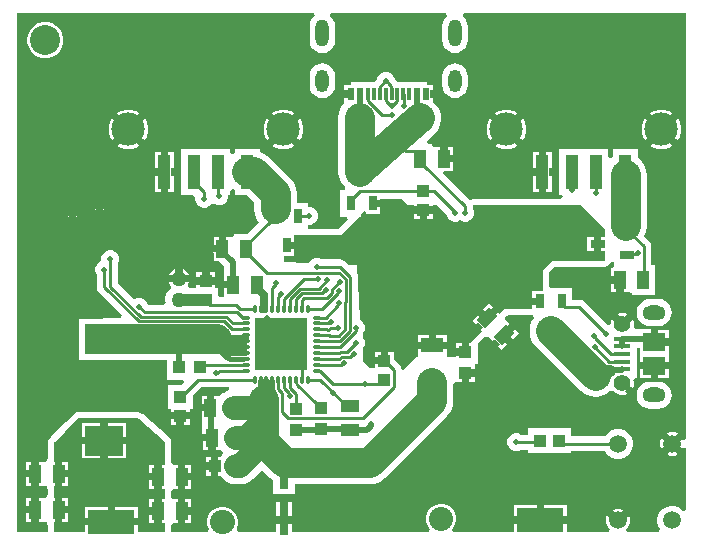
<source format=gbr>
G04*
G04 #@! TF.GenerationSoftware,Altium Limited,Altium Designer,24.3.1 (35)*
G04*
G04 Layer_Physical_Order=1*
G04 Layer_Color=255*
%FSLAX44Y44*%
%MOMM*%
G71*
G04*
G04 #@! TF.SameCoordinates,7C1B9C0E-2346-4955-A66A-820B0877C6A1*
G04*
G04*
G04 #@! TF.FilePolarity,Positive*
G04*
G01*
G75*
%ADD10C,0.5080*%
%ADD11C,0.2540*%
%ADD18R,1.9558X1.5494*%
%ADD19R,1.3970X0.4572*%
%ADD20R,1.0000X1.5500*%
%ADD21R,1.1000X1.0000*%
%ADD22R,3.2004X2.4994*%
%ADD23O,0.2800X0.8000*%
%ADD24O,0.8000X0.2800*%
%ADD25R,4.5000X4.5000*%
G04:AMPARAMS|DCode=26|XSize=1mm|YSize=1.55mm|CornerRadius=0mm|HoleSize=0mm|Usage=FLASHONLY|Rotation=315.000|XOffset=0mm|YOffset=0mm|HoleType=Round|Shape=Rectangle|*
%AMROTATEDRECTD26*
4,1,4,-0.9016,-0.1945,0.1945,0.9016,0.9016,0.1945,-0.1945,-0.9016,-0.9016,-0.1945,0.0*
%
%ADD26ROTATEDRECTD26*%

%ADD27R,1.0000X1.1000*%
%ADD28R,0.6096X1.0922*%
%ADD29R,0.3048X1.0922*%
%ADD30R,1.1176X2.8702*%
%ADD31R,1.9000X1.2000*%
%ADD32R,1.5500X1.0000*%
%ADD33R,0.7000X1.2500*%
%ADD34R,1.2500X0.7000*%
%ADD35R,0.8000X2.5000*%
%ADD54O,1.9558X1.2700*%
%ADD55C,1.3970*%
%ADD58O,1.1176X1.9050*%
%ADD59O,1.1176X2.3114*%
%ADD60C,1.4986*%
%ADD64C,2.5400*%
%ADD65C,1.0160*%
%ADD66C,0.6350*%
%ADD67C,2.0320*%
%ADD68C,0.4064*%
%ADD69C,0.3810*%
%ADD70C,0.6604*%
%ADD71C,2.5400*%
%ADD72C,2.0320*%
%ADD73C,0.6096*%
%ADD74C,2.8194*%
%ADD75R,4.0000X2.0000*%
%ADD76C,0.5080*%
%ADD77C,1.2700*%
%ADD78C,0.6604*%
%ADD79C,0.6096*%
G36*
X648764Y852048D02*
X649627Y849508D01*
X648531Y848668D01*
X646822Y846439D01*
X645747Y843844D01*
X645380Y841059D01*
Y829121D01*
X645747Y826336D01*
X646822Y823741D01*
X648531Y821513D01*
X650760Y819802D01*
X653355Y818728D01*
X656140Y818361D01*
X658925Y818728D01*
X661520Y819802D01*
X663748Y821513D01*
X665459Y823741D01*
X666533Y826336D01*
X666900Y829121D01*
Y841059D01*
X666533Y843844D01*
X665459Y846439D01*
X663748Y848668D01*
X662654Y849508D01*
X663516Y852048D01*
X761162Y852046D01*
X762024Y849506D01*
X760931Y848668D01*
X759221Y846439D01*
X758147Y843844D01*
X757780Y841059D01*
Y829121D01*
X758147Y826336D01*
X759221Y823741D01*
X760931Y821513D01*
X763160Y819802D01*
X765755Y818728D01*
X768540Y818361D01*
X771325Y818728D01*
X773920Y819802D01*
X776149Y821513D01*
X777859Y823741D01*
X778933Y826336D01*
X779300Y829121D01*
Y841059D01*
X778933Y843844D01*
X777859Y846439D01*
X776149Y848668D01*
X775056Y849506D01*
X775918Y852046D01*
X964524Y852043D01*
X964525Y661344D01*
X964525Y491349D01*
X961985Y490998D01*
X961494Y492184D01*
X959284Y489974D01*
X954794Y494464D01*
X957004Y496674D01*
X954496Y497713D01*
X950504D01*
X947996Y496674D01*
X950206Y494464D01*
X945716Y489974D01*
X943506Y492184D01*
X942467Y489676D01*
Y485684D01*
X943506Y483176D01*
X945716Y485386D01*
X950206Y480896D01*
X947996Y478686D01*
X950504Y477647D01*
X954496D01*
X957004Y478686D01*
X954794Y480896D01*
X959284Y485386D01*
X961494Y483176D01*
X961985Y484362D01*
X964525Y483857D01*
X964526Y431849D01*
X964379Y431741D01*
X961986Y430974D01*
X960220Y432740D01*
X957353Y434395D01*
X954155Y435252D01*
X950845D01*
X947647Y434395D01*
X944780Y432740D01*
X942439Y430399D01*
X940784Y427532D01*
X939927Y424334D01*
Y421024D01*
X940784Y417826D01*
X942204Y415365D01*
X941365Y412825D01*
X914427D01*
X913375Y415365D01*
X915006Y416996D01*
X916533Y420683D01*
Y424674D01*
X915494Y427183D01*
X913284Y424973D01*
X908794Y429463D01*
X911004Y431673D01*
X908496Y432712D01*
X904504D01*
X901996Y431673D01*
X904206Y429463D01*
X899716Y424973D01*
X897506Y427183D01*
X896467Y424674D01*
Y420683D01*
X897994Y416996D01*
X899625Y415365D01*
X898572Y412825D01*
X863280D01*
Y419735D01*
X860371D01*
Y426085D01*
X863280D01*
Y435450D01*
X843915D01*
Y432542D01*
X837565D01*
Y435450D01*
X818200D01*
Y426085D01*
X821109D01*
Y419735D01*
X818200D01*
Y412825D01*
X767118D01*
X766066Y415365D01*
X767083Y416382D01*
X768755Y419278D01*
X769620Y422508D01*
Y425852D01*
X768755Y429082D01*
X767083Y431978D01*
X764718Y434342D01*
X761822Y436015D01*
X758592Y436880D01*
X755248D01*
X752018Y436015D01*
X749122Y434342D01*
X746758Y431978D01*
X745086Y429082D01*
X744220Y425852D01*
Y422508D01*
X745086Y419278D01*
X746758Y416382D01*
X747774Y415365D01*
X746722Y412825D01*
X630110D01*
Y419735D01*
X627201D01*
Y426085D01*
X630110D01*
Y437950D01*
X626745D01*
Y435041D01*
X620395D01*
Y437950D01*
X617030D01*
Y426085D01*
X619939D01*
Y419735D01*
X617030D01*
Y412825D01*
X585089D01*
X583623Y415365D01*
X584110Y416210D01*
X584976Y419440D01*
Y422784D01*
X584110Y426014D01*
X582438Y428910D01*
X580074Y431275D01*
X579487Y431613D01*
X579298Y431802D01*
X576402Y433475D01*
X573172Y434340D01*
X569828D01*
X566598Y433475D01*
X563702Y431802D01*
X561338Y429438D01*
X559665Y426542D01*
X558800Y423312D01*
Y419968D01*
X559665Y416738D01*
X560458Y415365D01*
X558992Y412825D01*
X528419D01*
Y418152D01*
X529510Y420240D01*
X530960Y420240D01*
X533875D01*
Y423148D01*
X540225D01*
Y420240D01*
X544590D01*
Y427355D01*
X541681D01*
Y433705D01*
X544590D01*
Y440820D01*
X540225D01*
Y437911D01*
X533875D01*
Y440820D01*
X530960D01*
X529510Y440820D01*
X528419Y442908D01*
Y447362D01*
X529510Y449450D01*
X530960Y449450D01*
X533875D01*
Y452359D01*
X540225D01*
Y449450D01*
X544590D01*
Y456565D01*
X541681D01*
Y462915D01*
X544590D01*
Y470030D01*
X540225D01*
Y467122D01*
X533875D01*
Y470030D01*
X530960D01*
X529510Y470030D01*
X528419Y472118D01*
Y477198D01*
Y488316D01*
X528348Y488675D01*
X528352Y488695D01*
X528340Y488756D01*
X528352Y488844D01*
X528343Y488998D01*
X528273Y489267D01*
X528252Y489623D01*
X528193Y489847D01*
X528183Y489898D01*
X528124Y490041D01*
X528115Y490196D01*
X528010Y490412D01*
X527957Y490677D01*
X527898Y490819D01*
X527849Y490894D01*
X527833Y490954D01*
X527800Y490998D01*
X527789Y491051D01*
X527755Y491103D01*
X527732Y491190D01*
X527665Y491329D01*
X527502Y491544D01*
X527410Y491766D01*
X527300Y491875D01*
X527233Y492014D01*
X527202Y492056D01*
X527072Y492249D01*
X526821Y492501D01*
X526667Y492732D01*
X526558Y492841D01*
X526483Y492891D01*
X526445Y492940D01*
X526428Y492950D01*
X526207Y493243D01*
X504407Y512621D01*
X503967Y512879D01*
X503585Y513218D01*
X502945Y513593D01*
X502131Y513876D01*
X501335Y514205D01*
X500607Y514350D01*
X500097D01*
X499596Y514450D01*
X450364D01*
X449863Y514350D01*
X449353D01*
X448629Y514206D01*
X446762Y513433D01*
X446762Y513433D01*
X446148Y513023D01*
X445788Y512662D01*
X445364Y512379D01*
X443377Y510392D01*
X443377Y510392D01*
X438932Y505947D01*
X438932Y505947D01*
X434487Y501502D01*
X426152Y493166D01*
X425868Y492742D01*
X425507Y492382D01*
X425097Y491768D01*
X425097Y491768D01*
X424324Y489901D01*
X424180Y489177D01*
Y488667D01*
X424081Y488167D01*
Y475110D01*
X422830D01*
Y472956D01*
X420450Y472570D01*
X420290Y472570D01*
X416085D01*
Y469661D01*
X409735D01*
Y472570D01*
X405370D01*
Y465455D01*
X408279D01*
Y459105D01*
X405370D01*
Y451990D01*
X409735D01*
Y454898D01*
X416085D01*
Y451990D01*
X420290D01*
X420450Y451990D01*
X422830Y451604D01*
Y449450D01*
X424081D01*
Y444630D01*
X422830D01*
Y442476D01*
X420450Y442090D01*
X420290Y442090D01*
X416085D01*
Y439182D01*
X409735D01*
Y442090D01*
X405370D01*
Y434975D01*
X408279D01*
Y428625D01*
X405370D01*
Y421510D01*
X409735D01*
Y424418D01*
X416085D01*
Y421510D01*
X420290D01*
X420450Y421510D01*
X422830Y421124D01*
Y418970D01*
X424081D01*
Y412825D01*
X397474D01*
Y526351D01*
Y760168D01*
Y796130D01*
Y852046D01*
X512802D01*
X512825Y852050D01*
X648764Y852048D01*
D02*
G37*
G36*
X500325Y509125D02*
X500966Y508750D01*
X522766Y489371D01*
X522895Y489178D01*
X523004Y489069D01*
X523071Y488930D01*
X523103Y488889D01*
X523113Y488837D01*
X523172Y488695D01*
X523181Y488541D01*
X523240Y488316D01*
Y477198D01*
Y470030D01*
X520225D01*
Y467122D01*
X513875D01*
Y470030D01*
X509510D01*
Y462915D01*
X512419D01*
Y456565D01*
X509510D01*
Y449450D01*
X513875D01*
Y452359D01*
X520225D01*
Y449450D01*
X523240D01*
Y440820D01*
X520225D01*
Y437911D01*
X513875D01*
Y440820D01*
X509510D01*
Y433705D01*
X512419D01*
Y427355D01*
X509510D01*
Y420240D01*
X513875D01*
Y423148D01*
X520225D01*
Y420240D01*
X523240D01*
Y412825D01*
X500060D01*
Y418465D01*
X497151D01*
Y424815D01*
X500060D01*
Y434180D01*
X480695D01*
Y431272D01*
X474345D01*
Y434180D01*
X454980D01*
Y424815D01*
X457889D01*
Y418465D01*
X454980D01*
Y412825D01*
X429260D01*
Y421510D01*
X429735D01*
Y424418D01*
X436085D01*
Y421510D01*
X440450D01*
Y428625D01*
X437541D01*
Y434975D01*
X440450D01*
Y442090D01*
X436085D01*
Y439182D01*
X429735D01*
Y442090D01*
X429260D01*
Y451990D01*
X429735D01*
Y454898D01*
X436085D01*
Y451990D01*
X440450D01*
Y459105D01*
X437541D01*
Y465455D01*
X440450D01*
Y472570D01*
X436085D01*
Y469661D01*
X429735D01*
Y472570D01*
X429260D01*
Y488167D01*
X429404Y488890D01*
X429814Y489504D01*
X438150Y497840D01*
X442595Y502285D01*
X447040Y506730D01*
X447040Y506730D01*
X449026Y508716D01*
X449640Y509126D01*
X450364Y509270D01*
X499596D01*
X500325Y509125D01*
D02*
G37*
%LPC*%
G36*
X423646Y844550D02*
X419634D01*
X415758Y843511D01*
X412282Y841505D01*
X409445Y838668D01*
X407439Y835192D01*
X406400Y831316D01*
Y827304D01*
X407439Y823428D01*
X409445Y819952D01*
X412282Y817115D01*
X415758Y815109D01*
X419634Y814070D01*
X423646D01*
X427522Y815109D01*
X430998Y817115D01*
X433835Y819952D01*
X435841Y823428D01*
X436880Y827304D01*
Y831316D01*
X435841Y835192D01*
X433835Y838668D01*
X430998Y841505D01*
X427522Y843511D01*
X423646Y844550D01*
D02*
G37*
G36*
X768540Y809787D02*
X765755Y809420D01*
X763160Y808345D01*
X760931Y806636D01*
X759221Y804407D01*
X758147Y801812D01*
X757780Y799027D01*
Y791153D01*
X758147Y788368D01*
X759221Y785773D01*
X760931Y783544D01*
X763160Y781834D01*
X765755Y780760D01*
X768540Y780393D01*
X771325Y780760D01*
X773920Y781834D01*
X776149Y783544D01*
X777859Y785773D01*
X778933Y788368D01*
X779300Y791153D01*
Y799027D01*
X778933Y801812D01*
X777859Y804407D01*
X776149Y806636D01*
X773920Y808345D01*
X771325Y809420D01*
X768540Y809787D01*
D02*
G37*
G36*
X656140D02*
X653355Y809420D01*
X650760Y808345D01*
X648531Y806636D01*
X646822Y804407D01*
X645747Y801812D01*
X645380Y799027D01*
Y791153D01*
X645747Y788368D01*
X646822Y785773D01*
X648531Y783544D01*
X650760Y781834D01*
X653355Y780760D01*
X656140Y780393D01*
X658925Y780760D01*
X661520Y781834D01*
X663748Y783544D01*
X665459Y785773D01*
X666533Y788368D01*
X666900Y791153D01*
Y799027D01*
X666533Y801812D01*
X665459Y804407D01*
X663748Y806636D01*
X661520Y808345D01*
X658925Y809420D01*
X656140Y809787D01*
D02*
G37*
G36*
X945460Y770452D02*
X941080D01*
X936848Y769318D01*
X933938Y767638D01*
X936063Y765512D01*
X931573Y761022D01*
X929447Y763148D01*
X927767Y760237D01*
X926633Y756005D01*
Y751625D01*
X927767Y747393D01*
X929447Y744483D01*
X931573Y746609D01*
X936063Y742118D01*
X933938Y739993D01*
X936848Y738312D01*
X941080Y737178D01*
X945460D01*
X949692Y738312D01*
X952602Y739993D01*
X950477Y742118D01*
X954967Y746609D01*
X957093Y744483D01*
X958773Y747393D01*
X959907Y751625D01*
Y756005D01*
X958773Y760237D01*
X957093Y763148D01*
X954967Y761022D01*
X950477Y765512D01*
X952602Y767638D01*
X949692Y769318D01*
X945460Y770452D01*
D02*
G37*
G36*
X814060D02*
X809680D01*
X805448Y769318D01*
X802538Y767638D01*
X804663Y765512D01*
X800173Y761022D01*
X798047Y763148D01*
X796367Y760237D01*
X795233Y756005D01*
Y751625D01*
X796367Y747393D01*
X798047Y744483D01*
X800173Y746609D01*
X804663Y742118D01*
X802538Y739993D01*
X805448Y738312D01*
X809680Y737178D01*
X814060D01*
X818292Y738312D01*
X821202Y739993D01*
X819077Y742118D01*
X823567Y746609D01*
X825693Y744483D01*
X827373Y747393D01*
X828507Y751625D01*
Y756005D01*
X827373Y760237D01*
X825693Y763148D01*
X823567Y761022D01*
X819077Y765512D01*
X821202Y767638D01*
X818292Y769318D01*
X814060Y770452D01*
D02*
G37*
G36*
X625420D02*
X621040D01*
X616808Y769318D01*
X613898Y767638D01*
X616023Y765512D01*
X611533Y761022D01*
X609407Y763148D01*
X607727Y760237D01*
X606593Y756005D01*
Y751625D01*
X607727Y747393D01*
X609407Y744483D01*
X611533Y746609D01*
X616023Y742118D01*
X613898Y739993D01*
X616808Y738312D01*
X621040Y737178D01*
X625420D01*
X629652Y738312D01*
X632562Y739993D01*
X630437Y742118D01*
X634927Y746609D01*
X637053Y744483D01*
X638733Y747393D01*
X639867Y751625D01*
Y756005D01*
X638733Y760237D01*
X637053Y763148D01*
X634927Y761022D01*
X630437Y765512D01*
X632562Y767638D01*
X629652Y769318D01*
X625420Y770452D01*
D02*
G37*
G36*
X494020D02*
X489640D01*
X485408Y769318D01*
X482497Y767638D01*
X484623Y765512D01*
X480133Y761022D01*
X478007Y763148D01*
X476327Y760237D01*
X475193Y756005D01*
Y751625D01*
X476327Y747393D01*
X478007Y744483D01*
X480133Y746609D01*
X484623Y742118D01*
X482497Y739993D01*
X485408Y738312D01*
X489640Y737178D01*
X494020D01*
X498252Y738312D01*
X501162Y739993D01*
X499037Y742118D01*
X503527Y746609D01*
X505653Y744483D01*
X507333Y747393D01*
X508467Y751625D01*
Y756005D01*
X507333Y760237D01*
X505653Y763148D01*
X503527Y761022D01*
X499037Y765512D01*
X501162Y767638D01*
X498252Y769318D01*
X494020Y770452D01*
D02*
G37*
G36*
X850698Y734706D02*
X845745D01*
Y731798D01*
X839395D01*
Y734706D01*
X834442D01*
Y720990D01*
X837350D01*
Y714640D01*
X834442D01*
Y700924D01*
X839395D01*
Y703833D01*
X845745D01*
Y700924D01*
X850698D01*
Y714640D01*
X847790D01*
Y720990D01*
X850698D01*
Y734706D01*
D02*
G37*
G36*
X530658D02*
X525705D01*
Y731798D01*
X519355D01*
Y734706D01*
X514402D01*
Y720990D01*
X517310D01*
Y714640D01*
X514402D01*
Y700924D01*
X519355D01*
Y703833D01*
X525705D01*
Y700924D01*
X530658D01*
Y714640D01*
X527749D01*
Y720990D01*
X530658D01*
Y734706D01*
D02*
G37*
G36*
X470535Y693619D02*
Y692785D01*
X471369D01*
X470535Y693619D01*
D02*
G37*
G36*
X464185D02*
X463351Y692785D01*
X464185D01*
Y693619D01*
D02*
G37*
G36*
X447675Y687269D02*
Y686435D01*
X448509D01*
X447675Y687269D01*
D02*
G37*
G36*
X441325D02*
X440491Y686435D01*
X441325D01*
Y687269D01*
D02*
G37*
G36*
X471369Y686435D02*
X470535D01*
Y685601D01*
X471369Y686435D01*
D02*
G37*
G36*
X464185D02*
X463351D01*
X464185Y685601D01*
Y686435D01*
D02*
G37*
G36*
X448509Y680085D02*
X447675D01*
Y679251D01*
X448509Y680085D01*
D02*
G37*
G36*
X441325D02*
X440491D01*
X441325Y679251D01*
Y680085D01*
D02*
G37*
G36*
X711446Y802640D02*
X708414D01*
X705614Y801480D01*
X703470Y799336D01*
X702325Y796571D01*
X700516Y794762D01*
X700094Y794131D01*
X680212D01*
Y791591D01*
X674752D01*
Y786765D01*
X677661D01*
Y780415D01*
X674752D01*
Y775709D01*
X672266Y772470D01*
X670475Y768145D01*
X669864Y763503D01*
Y717890D01*
X670475Y713248D01*
X672266Y708923D01*
X675116Y705209D01*
X675372Y704953D01*
X675029Y702809D01*
X674894Y702413D01*
X671530D01*
Y679753D01*
X676730D01*
X677701Y677406D01*
X669685Y669389D01*
X644190D01*
Y672998D01*
X646574D01*
X649375Y674158D01*
X651518Y676302D01*
X652678Y679103D01*
Y682134D01*
X651518Y684935D01*
X649375Y687078D01*
X646574Y688238D01*
X644190D01*
Y691847D01*
X634544D01*
Y699196D01*
X633933Y703837D01*
X632141Y708163D01*
X629291Y711877D01*
X629291Y711877D01*
X610672Y730496D01*
X606958Y733346D01*
X603198Y734903D01*
Y737246D01*
X581862D01*
Y733411D01*
X580738Y732651D01*
X578198Y733999D01*
Y737246D01*
X536862D01*
Y698384D01*
X546581D01*
X548640Y696718D01*
Y693686D01*
X549800Y690886D01*
X551944Y688742D01*
X554744Y687582D01*
X557776D01*
X560576Y688742D01*
X562720Y690886D01*
X565308Y690495D01*
X567444Y689610D01*
X570476D01*
X573276Y690770D01*
X575420Y692914D01*
X576580Y695714D01*
Y698384D01*
X578198D01*
Y701631D01*
X580738Y702980D01*
X581862Y702219D01*
Y698384D01*
X592060D01*
X598677Y691768D01*
Y686410D01*
X599288Y681768D01*
X601080Y677443D01*
X602528Y675555D01*
X592584Y665610D01*
X581580D01*
Y663456D01*
X579200Y663070D01*
Y663070D01*
X574835D01*
Y660162D01*
X568485D01*
Y663070D01*
X564120D01*
Y655955D01*
X567029D01*
Y649605D01*
X563975D01*
X564120Y648877D01*
Y642490D01*
X568213D01*
X572781Y637922D01*
Y625475D01*
X575919D01*
Y619125D01*
X573010D01*
Y612213D01*
X570477Y611992D01*
X568110Y612328D01*
Y619300D01*
X565570D01*
Y622044D01*
X562662D01*
Y628394D01*
X565570D01*
Y632759D01*
X560705D01*
Y629851D01*
X554355D01*
Y632759D01*
X549490D01*
Y628394D01*
X552398D01*
Y622044D01*
X549490D01*
Y619659D01*
X543114D01*
X542062Y622199D01*
X542207Y622344D01*
X542977Y624205D01*
X526363D01*
X527133Y622344D01*
X528129Y621349D01*
X527797Y618830D01*
X527652Y618746D01*
X525524Y616618D01*
X524019Y614012D01*
X523240Y611105D01*
Y608095D01*
X523420Y607421D01*
X521874Y605406D01*
X508583D01*
X507589Y607804D01*
X505446Y609947D01*
X502645Y611107D01*
X499614D01*
X496813Y609947D01*
X496727Y609862D01*
X483237Y623353D01*
Y639609D01*
X484382Y642374D01*
Y645406D01*
X483222Y648206D01*
X481078Y650350D01*
X478278Y651510D01*
X475246D01*
X472446Y650350D01*
X470302Y648206D01*
X469142Y645406D01*
Y642374D01*
X469205Y642222D01*
X467366Y641460D01*
X465222Y639316D01*
X464062Y636516D01*
Y633484D01*
X465208Y630719D01*
Y620363D01*
X465701Y617885D01*
X467104Y615784D01*
X486536Y596352D01*
X485564Y594005D01*
X471170D01*
X468461Y593649D01*
X450088D01*
Y558495D01*
X468461D01*
X471170Y558139D01*
X524480D01*
Y541870D01*
X538356D01*
X539328Y539523D01*
X537314Y537509D01*
X525310D01*
Y517349D01*
X527850D01*
Y514605D01*
X530759D01*
Y508255D01*
X527850D01*
Y503890D01*
X532715D01*
Y506799D01*
X539065D01*
Y503890D01*
X543930D01*
Y508255D01*
X541022D01*
Y514605D01*
X543930D01*
Y517349D01*
X546470D01*
Y528353D01*
X553623Y535506D01*
X577155D01*
X577522Y533008D01*
X573814Y531472D01*
X573186Y530990D01*
X571420D01*
Y529635D01*
X571169Y529442D01*
X569040Y528450D01*
X564675D01*
Y525541D01*
X558325D01*
Y528450D01*
X553960D01*
Y521335D01*
X556869D01*
Y514985D01*
X553960D01*
Y507870D01*
X554366D01*
Y495935D01*
X558139D01*
Y489585D01*
X555230D01*
Y482470D01*
X559595D01*
Y485378D01*
X565945D01*
Y482470D01*
X570310D01*
X571590Y481874D01*
X572103Y479410D01*
X570000Y476670D01*
X568215D01*
Y473761D01*
X561865D01*
Y476670D01*
X557500D01*
Y471805D01*
X560409D01*
Y465455D01*
X557500D01*
Y460590D01*
X561865D01*
Y463498D01*
X568215D01*
Y460590D01*
X570000D01*
X572171Y457761D01*
X575354Y455318D01*
X579062Y453782D01*
X583040Y453259D01*
X586740D01*
X590718Y453782D01*
X594426Y455318D01*
X597609Y457761D01*
X605248Y465400D01*
X612159Y458489D01*
X612159Y458489D01*
X614490Y456701D01*
Y444700D01*
X632650D01*
Y453237D01*
X696449D01*
X701090Y453848D01*
X705415Y455639D01*
X709129Y458489D01*
X761981Y511340D01*
X764831Y515055D01*
X766622Y519380D01*
X767233Y524021D01*
X767233Y524022D01*
Y538446D01*
X768739Y539506D01*
X769685Y539830D01*
X774065D01*
Y542738D01*
X780415D01*
Y539830D01*
X785280D01*
Y544195D01*
X782372D01*
Y550545D01*
X785280D01*
Y552750D01*
X785280Y554910D01*
X787663Y555290D01*
X787820D01*
Y572215D01*
X793420Y577815D01*
X793624Y577611D01*
X795147Y579134D01*
X797103Y577724D01*
X797216Y577611D01*
X800190Y574638D01*
X802246Y576694D01*
X806737Y572204D01*
X804680Y570148D01*
X807766Y567061D01*
X812798Y572092D01*
X810741Y574149D01*
X815231Y578639D01*
X817288Y576582D01*
X822319Y581614D01*
X819232Y584700D01*
X817176Y582643D01*
X812685Y587133D01*
X814742Y589190D01*
X811769Y592164D01*
X811656Y592277D01*
X810757Y593524D01*
X812033Y595887D01*
X813876Y596800D01*
X831550D01*
Y596797D01*
X834502D01*
X835754Y594257D01*
X834099Y592100D01*
X832308Y587775D01*
X831697Y583133D01*
X832308Y578492D01*
X834099Y574166D01*
X836949Y570452D01*
X858006Y549396D01*
X874833Y532569D01*
X878547Y529719D01*
X882872Y527927D01*
X887514Y527316D01*
X892155Y527927D01*
X896480Y529719D01*
X899871Y532320D01*
X900402Y532551D01*
X903199Y532311D01*
X904865Y530645D01*
X908365Y529195D01*
X912155D01*
X914375Y530115D01*
X912154Y532336D01*
X916644Y536826D01*
X918865Y534605D01*
X919785Y536825D01*
Y540615D01*
X919525Y541242D01*
X920936Y543354D01*
X922325D01*
Y549854D01*
Y556354D01*
Y568951D01*
X924941D01*
Y563433D01*
Y556895D01*
X927850D01*
Y550545D01*
X924941D01*
Y543433D01*
X934085D01*
Y546342D01*
X940435D01*
Y543433D01*
X949579D01*
Y550545D01*
X946671D01*
Y556895D01*
X949579D01*
Y563433D01*
Y570545D01*
X946671D01*
Y576895D01*
X949579D01*
Y584007D01*
X940435D01*
Y581099D01*
X934085D01*
Y584489D01*
X921103D01*
X919692Y586601D01*
X919785Y586825D01*
Y590615D01*
X918865Y592835D01*
X916644Y590614D01*
X912154Y595104D01*
X914375Y597325D01*
X912155Y598245D01*
X908365D01*
X906145Y597325D01*
X908366Y595104D01*
X903876Y590614D01*
X901655Y592835D01*
X900735Y590615D01*
Y589219D01*
X898623Y587808D01*
X898171Y587995D01*
X878441Y607725D01*
X876341Y609128D01*
X873863Y609621D01*
X867710D01*
Y619457D01*
X850550D01*
X848459Y620543D01*
Y632855D01*
X853045Y637440D01*
X895350D01*
X897332Y637835D01*
X899013Y638957D01*
X900135Y640638D01*
X900327Y641601D01*
X902867Y641350D01*
Y638940D01*
X902867Y638510D01*
X901830Y636400D01*
X900510D01*
Y629285D01*
X903419D01*
Y622935D01*
X900510D01*
Y615820D01*
X904875D01*
Y618728D01*
X911225D01*
Y615820D01*
X915430D01*
X915590Y615820D01*
X917970Y615434D01*
Y613280D01*
X938130D01*
Y638940D01*
X934844D01*
Y654667D01*
X934352Y657144D01*
X932948Y659245D01*
X928857Y663336D01*
X930452Y667188D01*
X931063Y671830D01*
Y715010D01*
X930452Y719651D01*
X928661Y723977D01*
X925811Y727691D01*
X923238Y729665D01*
Y737246D01*
X901902D01*
Y730027D01*
X900778Y729147D01*
X898238Y730384D01*
Y737246D01*
X856902D01*
Y698384D01*
X859096D01*
X859795Y697329D01*
X858430Y694790D01*
X783913D01*
X783661Y694739D01*
X783405Y694765D01*
X782677Y694544D01*
X781931Y694395D01*
X781717Y694252D01*
X781471Y694178D01*
X780942Y693744D01*
X758343Y716343D01*
X759315Y718690D01*
X766840D01*
Y725805D01*
X763931D01*
Y732155D01*
X766840D01*
Y739270D01*
X762475D01*
Y736361D01*
X756125D01*
Y739270D01*
X751760D01*
Y739270D01*
X749380Y739656D01*
Y741810D01*
X745661D01*
X744771Y744189D01*
X750919Y749544D01*
X754017Y753053D01*
X756102Y757245D01*
X757031Y761833D01*
X756741Y766506D01*
X755251Y770944D01*
X752663Y774845D01*
X749928Y777260D01*
Y780415D01*
X747020D01*
Y786765D01*
X749928D01*
Y791591D01*
X744468D01*
Y794131D01*
X719706D01*
X719164Y794942D01*
X717535Y796571D01*
X716390Y799336D01*
X714246Y801480D01*
X711446Y802640D01*
D02*
G37*
G36*
X537845Y635687D02*
Y630555D01*
X542977D01*
X542207Y632416D01*
X539706Y634917D01*
X537845Y635687D01*
D02*
G37*
G36*
X531495D02*
X529634Y634917D01*
X527133Y632416D01*
X526363Y630555D01*
X531495D01*
Y635687D01*
D02*
G37*
G36*
X940689Y610249D02*
X933831D01*
X930847Y609856D01*
X928067Y608704D01*
X925679Y606872D01*
X923847Y604484D01*
X922695Y601704D01*
X922302Y598720D01*
X922695Y595736D01*
X923847Y592956D01*
X925679Y590568D01*
X928067Y588736D01*
X930847Y587584D01*
X933831Y587191D01*
X940689D01*
X943673Y587584D01*
X946453Y588736D01*
X948841Y590568D01*
X950673Y592956D01*
X951825Y595736D01*
X952218Y598720D01*
X951825Y601704D01*
X950673Y604484D01*
X948841Y606872D01*
X946453Y608704D01*
X943673Y609856D01*
X940689Y610249D01*
D02*
G37*
G36*
Y540249D02*
X933831D01*
X930847Y539856D01*
X928067Y538704D01*
X925679Y536872D01*
X923847Y534484D01*
X922695Y531704D01*
X922302Y528720D01*
X922695Y525736D01*
X923847Y522956D01*
X925679Y520568D01*
X928067Y518736D01*
X930847Y517584D01*
X933831Y517191D01*
X940689D01*
X943673Y517584D01*
X946453Y518736D01*
X948841Y520568D01*
X950673Y522956D01*
X951825Y525736D01*
X952218Y528720D01*
X951825Y531704D01*
X950673Y534484D01*
X948841Y536872D01*
X946453Y538704D01*
X943673Y539856D01*
X940689Y540249D01*
D02*
G37*
G36*
X866440Y500800D02*
X830281D01*
Y495424D01*
X824701D01*
X821936Y496570D01*
X818904D01*
X816104Y495410D01*
X813960Y493266D01*
X812800Y490466D01*
Y487434D01*
X813960Y484634D01*
X816104Y482490D01*
X818904Y481330D01*
X821936D01*
X824701Y482476D01*
X830281D01*
Y479640D01*
X866440D01*
Y481206D01*
X895720D01*
X896439Y479960D01*
X898780Y477619D01*
X901647Y475964D01*
X904845Y475107D01*
X908155D01*
X911353Y475964D01*
X914220Y477619D01*
X916561Y479960D01*
X918216Y482827D01*
X919073Y486025D01*
Y489335D01*
X918216Y492533D01*
X916561Y495400D01*
X914220Y497741D01*
X911353Y499396D01*
X908155Y500253D01*
X904845D01*
X901647Y499396D01*
X898780Y497741D01*
X896439Y495400D01*
X895720Y494154D01*
X866440D01*
Y500800D01*
D02*
G37*
%LPD*%
G36*
X728980Y689610D02*
X733640D01*
Y688595D01*
X736548D01*
Y682245D01*
X733640D01*
Y677880D01*
X738505D01*
Y680789D01*
X744855D01*
Y677880D01*
X749720D01*
Y682245D01*
X746812D01*
Y688595D01*
X749720D01*
Y689610D01*
X753643D01*
X761240Y682013D01*
Y681744D01*
X762400Y678944D01*
X764543Y676800D01*
X767344Y675640D01*
X770375D01*
X773050Y676748D01*
X775724Y675640D01*
X778756D01*
X781556Y676800D01*
X783700Y678944D01*
X784860Y681744D01*
Y684776D01*
X783700Y687576D01*
X783558Y687718D01*
X783612Y689103D01*
X784181Y689587D01*
X784256Y689610D01*
X875030D01*
X895350Y669290D01*
Y662630D01*
X892378D01*
Y659722D01*
X886028D01*
Y662630D01*
X880413D01*
Y650550D01*
X886028D01*
Y653458D01*
X892378D01*
Y650550D01*
X895350D01*
Y642860D01*
X895287Y642709D01*
X894840Y642620D01*
X850900D01*
X843280Y635000D01*
Y620543D01*
Y616917D01*
X834090D01*
Y611302D01*
X836999D01*
Y604952D01*
X834090D01*
Y601980D01*
X810260D01*
X806106Y597826D01*
X805090Y598842D01*
X803034Y596786D01*
X798543Y601276D01*
X800600Y603332D01*
X797514Y606419D01*
X792482Y601388D01*
X794539Y599331D01*
X790049Y594841D01*
X787992Y596898D01*
X782961Y591866D01*
X786048Y588780D01*
X788104Y590837D01*
X792595Y586347D01*
X790538Y584290D01*
X791554Y583274D01*
X781190Y572910D01*
X780415D01*
Y570001D01*
X774065D01*
Y572910D01*
X769200D01*
Y568545D01*
X772109D01*
Y562195D01*
X769200D01*
Y561340D01*
X761727D01*
X761340Y562450D01*
X761340Y562610D01*
Y567815D01*
X758431D01*
Y574165D01*
X761340D01*
Y579530D01*
X752475D01*
Y576621D01*
X746125D01*
Y579530D01*
X737260D01*
Y574165D01*
X740169D01*
Y567815D01*
X737260D01*
Y562610D01*
X737260Y562450D01*
X736873Y561340D01*
X735330D01*
X724420Y550430D01*
X724271Y550423D01*
X723073Y550879D01*
X722682Y552847D01*
X721278Y554948D01*
X716700Y559526D01*
Y565450D01*
X711835D01*
Y562541D01*
X705485D01*
Y565450D01*
X700620D01*
Y561085D01*
X703529D01*
Y554735D01*
X700620D01*
Y551991D01*
X698080D01*
Y551989D01*
X696907Y551503D01*
X690880Y557530D01*
Y568471D01*
X691025Y568617D01*
X692185Y571417D01*
Y574449D01*
X691025Y577249D01*
X690880Y577394D01*
Y581044D01*
X690990Y581154D01*
X692150Y583954D01*
Y586986D01*
X690990Y589786D01*
X690880Y589896D01*
Y590550D01*
X688340Y593090D01*
X685729Y638787D01*
X678359Y639088D01*
X675328Y642118D01*
X673228Y643522D01*
X670750Y644014D01*
X655791D01*
X653026Y645160D01*
X649994D01*
X647194Y644000D01*
X645050Y641856D01*
X644476Y640471D01*
X623570Y641324D01*
Y646733D01*
X632150D01*
Y652348D01*
X629241D01*
Y658698D01*
X632150D01*
Y664210D01*
X671830D01*
X687373Y679753D01*
X688690D01*
Y681070D01*
X691896Y684276D01*
X693070Y683790D01*
Y682293D01*
X705150D01*
Y687908D01*
X702241D01*
Y694258D01*
X705150D01*
Y694945D01*
X723645D01*
X728980Y689610D01*
D02*
G37*
%LPC*%
G36*
X489712Y505257D02*
X474345D01*
Y502348D01*
X467995D01*
Y505257D01*
X452628D01*
Y493395D01*
X455536D01*
Y487045D01*
X452628D01*
Y475183D01*
X467995D01*
Y478092D01*
X474345D01*
Y475183D01*
X489712D01*
Y487045D01*
X486804D01*
Y493395D01*
X489712D01*
Y505257D01*
D02*
G37*
%LPD*%
D10*
X697230Y502246D02*
Y504190D01*
X679450Y499270D02*
X694254D01*
X697230Y502246D01*
X566928Y576072D02*
X570337Y579481D01*
X562135Y493395D02*
Y517525D01*
X561500Y518160D02*
X562135Y517525D01*
Y493395D02*
X562770Y492760D01*
X571660Y650030D02*
X580550Y641140D01*
Y622300D02*
Y641140D01*
X571660Y650030D02*
Y652780D01*
X655820Y499770D02*
X678950D01*
X679450Y499270D01*
X655320Y500270D02*
X655820Y499770D01*
X633730Y499000D02*
X634365Y499635D01*
X654685D01*
X655320Y500270D01*
X613681Y531799D02*
X614015Y531465D01*
X910260Y576720D02*
X934260D01*
X937260Y573720D01*
X910260Y570220D02*
Y576720D01*
X566928Y569722D02*
X576580Y560070D01*
X578521Y564479D02*
X591391D01*
X566928Y569722D02*
Y576072D01*
X578521Y564479D01*
X910006Y550466D02*
X910260Y550720D01*
X900064Y548274D02*
X902256Y550466D01*
X687797Y763503D02*
X688340Y764046D01*
X902256Y550466D02*
X910006D01*
X608891Y526341D02*
Y541980D01*
X607060Y524510D02*
X608891Y526341D01*
X604652Y527680D02*
Y540520D01*
X688340Y764046D02*
Y783590D01*
X736340Y770630D02*
Y783590D01*
X613681Y531799D02*
Y540520D01*
X534560Y552450D02*
Y567292D01*
X525780Y576072D02*
X534560Y567292D01*
X579039Y569481D02*
X591391D01*
X574040Y574479D02*
X591391D01*
X574040D02*
X579039Y569481D01*
D11*
X621391Y571980D02*
X638891Y554479D01*
X628221Y565150D02*
X633730D01*
X626110Y572770D02*
X633730Y565150D01*
X621391Y571980D02*
X628221Y565150D01*
X741680Y701419D02*
X750990D01*
X740743Y724787D02*
X776754Y688776D01*
Y683746D02*
Y688776D01*
X750990Y701419D02*
X768860Y683549D01*
Y683260D02*
Y683549D01*
X687696Y701419D02*
X741680D01*
X776754Y683746D02*
X777240Y683260D01*
X675894Y607527D02*
Y627008D01*
X675640Y607273D02*
X675894Y607527D01*
X679704Y605949D02*
Y628586D01*
X670442Y632460D02*
X675894Y627008D01*
X679450Y583058D02*
Y605695D01*
X670872Y574479D02*
X679450Y583058D01*
X675640Y584636D02*
Y607273D01*
X679450Y605695D02*
X679704Y605949D01*
X670750Y637540D02*
X679704Y628586D01*
X670124Y579120D02*
X675640Y584636D01*
X679443Y560751D02*
X682573Y563880D01*
X672266Y560751D02*
X679443D01*
X677303Y565671D02*
X684565Y572933D01*
X670606Y564479D02*
X671798Y565671D01*
X661670Y584200D02*
X662940Y585470D01*
X669290D01*
X668804Y604617D02*
X670560Y606373D01*
X668804Y614576D02*
Y614777D01*
X651391Y589481D02*
X661940D01*
X618891Y601980D02*
Y612155D01*
X673683Y555671D02*
X674370D01*
X656208Y601980D02*
X668804Y614576D01*
X659201Y594479D02*
X668804Y604083D01*
X651391Y559481D02*
X670996D01*
X609230Y632460D02*
X670442D01*
X658443Y617474D02*
X659130D01*
X655903Y614934D02*
X658443Y617474D01*
X672491Y554479D02*
X673683Y555671D01*
X613890Y601980D02*
Y619553D01*
X651391Y554479D02*
X672491D01*
X671798Y565671D02*
X677303D01*
X625081Y611991D02*
X640471Y627380D01*
X638891Y541980D02*
Y554479D01*
X653034Y618744D02*
X660400Y626110D01*
X620849Y614113D02*
Y614800D01*
X660374Y584200D02*
X661670D01*
X618891Y612155D02*
X620849Y614113D01*
X651391Y564479D02*
X670606D01*
X663035Y590575D02*
X663722D01*
X668804Y614777D02*
X670560Y616533D01*
X670996Y559481D02*
X672266Y560751D01*
X617220Y622883D02*
Y623570D01*
X670560Y606373D02*
Y607060D01*
X591660Y650030D02*
X609230Y632460D01*
X664210Y618300D02*
X670814Y624904D01*
X682573Y563880D02*
X683260D01*
X638801Y614934D02*
X655903D01*
X613890Y619553D02*
X617220Y622883D01*
X640471Y627380D02*
X652780D01*
X621030Y572770D02*
Y575310D01*
X651510Y637540D02*
X670750D01*
X661940Y589481D02*
X663035Y590575D01*
X668804Y604083D02*
Y604617D01*
X670560Y616533D02*
Y617220D01*
X912766Y668320D02*
X913574Y667512D01*
X928370Y627540D02*
X931070Y624840D01*
X633890Y539310D02*
Y541980D01*
X651391Y549481D02*
X651476Y549396D01*
X664991Y538480D02*
X690977D01*
X693323D02*
X705229D01*
X651476Y549396D02*
X654075D01*
X471682Y620363D02*
Y635000D01*
X502311Y595122D02*
X574819D01*
X501130Y603488D02*
X505685Y598932D01*
X476762Y620671D02*
Y643890D01*
X505685Y598932D02*
X584338D01*
X557530Y609220D02*
X561260Y605490D01*
X583168D02*
X586678Y601980D01*
X573241Y591312D02*
X580073Y584479D01*
X591391D01*
X476762Y620671D02*
X502311Y595122D01*
X586678Y601980D02*
X598891D01*
X584338Y598932D02*
X588791Y594479D01*
X471682Y620363D02*
X500733Y591312D01*
X574819Y595122D02*
X580460Y589481D01*
X500733Y591312D02*
X573241D01*
X580460Y589481D02*
X591391D01*
X611667Y675537D02*
X614380D01*
X625081Y611547D02*
Y611991D01*
X623890Y610356D02*
X625081Y611547D01*
X623890Y601980D02*
Y610356D01*
X727185Y735460D02*
X735570D01*
X887570Y720355D02*
X887730Y720195D01*
Y699770D02*
Y720195D01*
X867410Y702056D02*
Y720195D01*
X886946Y577364D02*
Y578634D01*
X873863Y603147D02*
X896620Y580390D01*
X861360Y603147D02*
X873863D01*
X591660Y655530D02*
X611667Y675537D01*
X651391Y579481D02*
X661937D01*
X651391Y584479D02*
X660094D01*
X615039Y684838D02*
X616610Y686410D01*
X661937Y579481D02*
X662298Y579120D01*
X660094Y584479D02*
X660374Y584200D01*
X555774Y695688D02*
X556260Y695202D01*
X548090Y708492D02*
X555774Y700808D01*
Y695688D02*
Y700808D01*
X623890Y534621D02*
X628164Y530347D01*
Y528171D02*
Y530347D01*
Y528171D02*
X628650Y527685D01*
X628891Y610412D02*
X637223Y618744D01*
X664210Y615370D02*
Y618300D01*
X643890Y601980D02*
X656208D01*
X640379Y611124D02*
X659964D01*
X725005Y773595D02*
X725170Y773430D01*
X724840Y783590D02*
X725005Y783425D01*
Y773595D02*
Y783425D01*
X695094Y777759D02*
Y783311D01*
X566420Y547370D02*
X567107D01*
X717995Y744650D02*
X727185Y735460D01*
X535890Y527429D02*
X536390D01*
X550941Y541980D02*
X598891D01*
X536390Y527429D02*
X550941Y541980D01*
X709160Y557910D02*
X716700Y550370D01*
X628941Y534958D02*
Y541930D01*
X633730Y517000D02*
Y530169D01*
X635610Y680517D02*
X635711Y680618D01*
X690301Y509460D02*
X716700Y535859D01*
X622300Y514338D02*
X627178Y509460D01*
X708660Y557910D02*
X709160D01*
X716700Y535859D02*
Y550370D01*
X622300Y514338D02*
Y530823D01*
X627178Y509460D02*
X690301D01*
X618891Y534231D02*
X622300Y530823D01*
X618891Y534231D02*
Y541980D01*
X623890Y534621D02*
Y541980D01*
X680110Y691083D02*
Y693833D01*
X651391Y594479D02*
X659201D01*
X591660Y650030D02*
Y655530D01*
X615039Y676195D02*
Y684838D01*
X633890Y601980D02*
Y610023D01*
X638801Y614934D01*
X638891Y609636D02*
X640379Y611124D01*
X637223Y618744D02*
X653034D01*
X638891Y601980D02*
Y609636D01*
X628891Y601980D02*
Y610412D01*
X554590Y553971D02*
X591391Y554479D01*
X552560Y552450D02*
X554590Y554479D01*
X588791Y594479D02*
X591391D01*
X886946Y577364D02*
X900590Y563720D01*
X886806Y569306D02*
X898892Y557220D01*
X910260D01*
X886460Y579120D02*
X886946Y578634D01*
X651391Y574479D02*
X670872D01*
X614380Y675537D02*
X615039Y676195D01*
X662298Y579120D02*
X670124D01*
X684530Y582749D02*
Y585470D01*
X651391Y569481D02*
X671261D01*
X659964Y611124D02*
X664210Y615370D01*
X671261Y569481D02*
X684530Y582749D01*
X735570Y735460D02*
X740743Y730287D01*
Y724787D02*
Y730287D01*
X714423Y773430D02*
X715257D01*
X710094Y777759D02*
Y783336D01*
X715257Y773430D02*
X719586Y777759D01*
X710094Y777759D02*
X714423Y773430D01*
X719586Y777759D02*
Y783336D01*
X695094Y777759D02*
X707043Y765810D01*
X694827Y783577D02*
X695094Y783311D01*
X707043Y765810D02*
X715010D01*
X654075Y549396D02*
X664991Y538480D01*
X653990Y541980D02*
X676700Y519270D01*
X690977Y538480D02*
X692150Y539653D01*
X643890Y541980D02*
X653990D01*
X676700Y519270D02*
X679450D01*
X692150Y539653D02*
X693323Y538480D01*
X859130Y605377D02*
Y608127D01*
Y605377D02*
X861360Y603147D01*
X900590Y563720D02*
X910260D01*
X864870Y556260D02*
X870687Y562077D01*
X856360Y490220D02*
X858900Y487680D01*
X906500D01*
X705229Y538480D02*
X708660Y541911D01*
X680110Y693833D02*
X687696Y701419D01*
X719586Y783336D02*
X719840Y783590D01*
X709840D02*
X710094Y783336D01*
X915590Y648484D02*
X922804D01*
X914197Y647090D02*
X915590Y648484D01*
X922804D02*
X923290Y648970D01*
X916947Y666090D02*
X928370Y654667D01*
X912766Y668320D02*
Y670270D01*
X913574Y667512D02*
X915525D01*
X910024D02*
X914197D01*
X907266Y670270D02*
Y671830D01*
X914197Y665683D02*
Y667512D01*
X907266Y671830D02*
X913130D01*
X914197Y666090D02*
X916947D01*
X907266Y670270D02*
X910024Y667512D01*
X928370Y627540D02*
Y654667D01*
X635711Y680618D02*
X645058D01*
X714586Y783844D02*
Y790364D01*
X711778Y793171D02*
X714586Y790364D01*
Y783844D02*
X714840Y783590D01*
X705094Y790184D02*
X709930Y795020D01*
X705094Y783844D02*
Y790184D01*
X704840Y783590D02*
X705094Y783844D01*
X820420Y488950D02*
X839091D01*
X840361Y490220D01*
X567690Y699187D02*
Y728580D01*
Y699187D02*
X568960Y697917D01*
Y697230D02*
Y697917D01*
X567107Y547370D02*
X569218Y549481D01*
X591391D01*
X561260Y605490D02*
X583168D01*
X628941Y534958D02*
X633730Y530169D01*
X628891Y541980D02*
X628941Y541930D01*
X633890Y539310D02*
X634951Y538249D01*
X650700Y522000D02*
X651090D01*
X634951Y537748D02*
X650700Y522000D01*
X634951Y537748D02*
Y538249D01*
X651090Y522000D02*
X651510Y521580D01*
Y519540D02*
Y521580D01*
D18*
X937260Y573720D02*
D03*
Y553720D02*
D03*
D19*
X910260Y576720D02*
D03*
Y570220D02*
D03*
Y563720D02*
D03*
Y557220D02*
D03*
Y550720D02*
D03*
D20*
X591660Y652780D02*
D03*
X571660D02*
D03*
X600550Y622300D02*
D03*
X580550D02*
D03*
X739300Y728980D02*
D03*
X759300D02*
D03*
X561500Y518160D02*
D03*
X581500D02*
D03*
X582770Y492760D02*
D03*
X562770D02*
D03*
X517050Y430530D02*
D03*
X537050D02*
D03*
X517050Y459740D02*
D03*
X537050D02*
D03*
X432910Y462280D02*
D03*
X412910D02*
D03*
X432910Y431800D02*
D03*
X412910D02*
D03*
X928050Y626110D02*
D03*
X908050D02*
D03*
D21*
X557530Y625219D02*
D03*
Y609220D02*
D03*
X777240Y547370D02*
D03*
Y565370D02*
D03*
X708660Y541911D02*
D03*
Y557910D02*
D03*
X655320Y500270D02*
D03*
Y518270D02*
D03*
X741680Y701419D02*
D03*
Y685420D02*
D03*
X535890Y527429D02*
D03*
Y511430D02*
D03*
X633730Y517000D02*
D03*
Y499000D02*
D03*
D22*
X471170Y576072D02*
D03*
Y490220D02*
D03*
D23*
X643890Y601980D02*
D03*
X638891D02*
D03*
X633890D02*
D03*
X628891D02*
D03*
X623890D02*
D03*
X618891D02*
D03*
X613890D02*
D03*
X608891D02*
D03*
X603890D02*
D03*
X598891D02*
D03*
Y541980D02*
D03*
X603890D02*
D03*
X608891D02*
D03*
X613890D02*
D03*
X618891D02*
D03*
X623890D02*
D03*
X628891D02*
D03*
X633890D02*
D03*
X638891D02*
D03*
X643890D02*
D03*
D24*
X591391Y594479D02*
D03*
Y589481D02*
D03*
Y584479D02*
D03*
Y579481D02*
D03*
Y574479D02*
D03*
Y569481D02*
D03*
Y564479D02*
D03*
Y559481D02*
D03*
Y554479D02*
D03*
Y549481D02*
D03*
X651391D02*
D03*
Y554479D02*
D03*
Y559481D02*
D03*
Y564479D02*
D03*
Y569481D02*
D03*
Y574479D02*
D03*
Y579481D02*
D03*
Y584479D02*
D03*
Y589481D02*
D03*
Y594479D02*
D03*
D25*
X621391Y571980D02*
D03*
D26*
X795569Y593811D02*
D03*
X809711Y579669D02*
D03*
D27*
X565040Y468630D02*
D03*
X583040D02*
D03*
X534560Y552450D02*
D03*
X552560D02*
D03*
X856360Y490220D02*
D03*
X840361D02*
D03*
D28*
X680340Y783590D02*
D03*
X736340D02*
D03*
X744340D02*
D03*
X688340D02*
D03*
D29*
X694840D02*
D03*
X699840D02*
D03*
X704840D02*
D03*
X714840D02*
D03*
X709840D02*
D03*
X719840D02*
D03*
X724840D02*
D03*
X729840D02*
D03*
D30*
X867570Y717815D02*
D03*
X887570D02*
D03*
X842570D02*
D03*
X912570D02*
D03*
X547530D02*
D03*
X567530D02*
D03*
X522530D02*
D03*
X592530D02*
D03*
D31*
X749300Y538989D02*
D03*
Y570990D02*
D03*
D32*
X679450Y499270D02*
D03*
Y519270D02*
D03*
D33*
X689610Y716077D02*
D03*
X699110Y691083D02*
D03*
X680110D02*
D03*
X849630Y583133D02*
D03*
X840130Y608127D02*
D03*
X859130D02*
D03*
X626110Y655523D02*
D03*
X616610Y680517D02*
D03*
X635610D02*
D03*
D34*
X889203Y656590D02*
D03*
X914197Y666090D02*
D03*
Y647090D02*
D03*
D35*
X623570Y422910D02*
D03*
Y462280D02*
D03*
D54*
X937260Y598720D02*
D03*
Y528720D02*
D03*
D55*
X910260Y588720D02*
D03*
Y538720D02*
D03*
D58*
X768540Y795090D02*
D03*
X656140D02*
D03*
D59*
X768540Y835090D02*
D03*
X656140D02*
D03*
D60*
X952500Y422679D02*
D03*
X906500D02*
D03*
Y487680D02*
D03*
X952500D02*
D03*
D64*
X849630Y583133D02*
X870687Y562077D01*
X471170Y576072D02*
X525780D01*
X566928D01*
X592530Y717815D02*
X597991D01*
X616610Y699196D01*
X687797Y717890D02*
Y763503D01*
Y717890D02*
X688340Y717347D01*
X887514Y545249D02*
X887514D01*
X870687Y562077D02*
X887514Y545249D01*
X624840Y471170D02*
X696449D01*
X607060Y508000D02*
Y524510D01*
Y488950D02*
Y508000D01*
X696449Y471170D02*
X749300Y524021D01*
X607060Y488950D02*
X624840Y471170D01*
X749300Y524021D02*
Y538989D01*
X717995Y744650D02*
X739140Y763067D01*
X688340Y718820D02*
X717995Y744650D01*
X913130Y671830D02*
Y715010D01*
X616610Y686410D02*
Y699196D01*
D65*
X557450Y609300D02*
X557530Y609220D01*
X534970Y609300D02*
X557450D01*
X534670Y609600D02*
X534970Y609300D01*
X886460Y541020D02*
X893012Y548547D01*
X900064Y549036D01*
D66*
X602375Y617725D02*
X606684Y613416D01*
Y610365D02*
X607113Y609936D01*
Y601980D02*
Y609936D01*
X606684Y610365D02*
Y613416D01*
X600550Y622300D02*
X602375Y620475D01*
Y617725D02*
Y620475D01*
D67*
X582770Y492760D02*
X591820D01*
X586740Y468630D02*
X607060Y488950D01*
X581500Y518160D02*
X596900D01*
X591820Y492760D02*
X607060Y508000D01*
X583040Y468630D02*
X586740D01*
D68*
X578439Y559481D02*
X589423D01*
X576580Y561340D02*
X578439Y559481D01*
D69*
X570337Y577957D02*
X591391D01*
D70*
X940689Y598720D02*
D03*
X933831D02*
D03*
X940689Y528720D02*
D03*
X933831D02*
D03*
D71*
X421640Y829310D02*
D03*
D72*
X572276Y421112D02*
D03*
X571500Y421640D02*
D03*
X756920Y424180D02*
D03*
D73*
X768540Y791153D02*
D03*
Y799027D02*
D03*
X656140Y791153D02*
D03*
Y799027D02*
D03*
X768540Y829121D02*
D03*
Y841059D02*
D03*
X656140Y829121D02*
D03*
Y841059D02*
D03*
D74*
X811870Y753815D02*
D03*
X943270D02*
D03*
X491830D02*
D03*
X623230D02*
D03*
D75*
X477520Y421640D02*
D03*
X840740Y422910D02*
D03*
D76*
X444500Y683260D02*
D03*
X697230Y504190D02*
D03*
X633730Y565150D02*
D03*
X777240Y683260D02*
D03*
X768860D02*
D03*
X684530Y585470D02*
D03*
X620849Y614800D02*
D03*
X659130Y617474D02*
D03*
X601980Y576580D02*
D03*
X617220Y623570D02*
D03*
X670814Y624904D02*
D03*
X683260Y563880D02*
D03*
X674370Y555671D02*
D03*
X606684Y610365D02*
D03*
X660400Y626110D02*
D03*
X663722Y590575D02*
D03*
X651510Y637540D02*
D03*
X621030Y554990D02*
D03*
X652780Y627380D02*
D03*
X670560Y617220D02*
D03*
X608965Y593725D02*
D03*
X670560Y607060D02*
D03*
X684565Y572933D02*
D03*
X669290Y585470D02*
D03*
X621030Y575310D02*
D03*
X601980Y556260D02*
D03*
X501130Y603488D02*
D03*
X471682Y635000D02*
D03*
X476762Y643890D02*
D03*
X887730Y699770D02*
D03*
X867410Y702056D02*
D03*
X886460Y579120D02*
D03*
X896620Y580390D02*
D03*
X556260Y695202D02*
D03*
X628650Y527685D02*
D03*
X725170Y773430D02*
D03*
X715010Y765810D02*
D03*
X467360Y689610D02*
D03*
X614015Y531465D02*
D03*
X566420Y547370D02*
D03*
X886806Y569306D02*
D03*
X715010Y773430D02*
D03*
X886460Y541020D02*
D03*
X665345Y530625D02*
D03*
X692150Y538480D02*
D03*
X923290Y648970D02*
D03*
X913130Y671830D02*
D03*
X645058Y680618D02*
D03*
X709930Y795020D02*
D03*
X820420Y488950D02*
D03*
X568960Y697230D02*
D03*
D77*
X534670Y627380D02*
D03*
Y609600D02*
D03*
D78*
X933831Y598720D02*
X940689D01*
X933831Y528720D02*
X940689D01*
D79*
X768540Y791153D02*
Y799027D01*
X656140Y791153D02*
Y799027D01*
X768540Y829121D02*
Y841059D01*
X656140Y829121D02*
Y841059D01*
M02*

</source>
